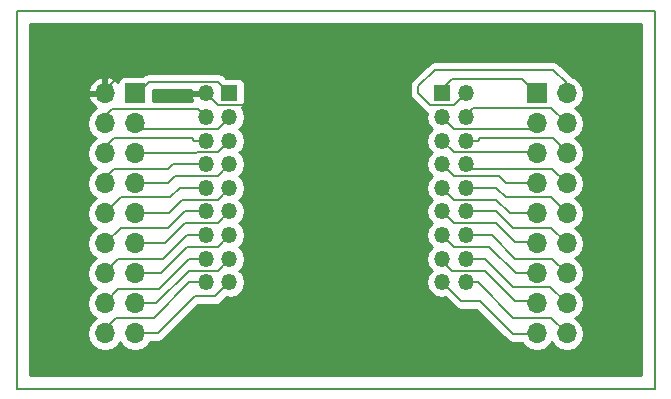
<source format=gbr>
G04 #@! TF.FileFunction,Copper,L2,Bot,Signal*
%FSLAX46Y46*%
G04 Gerber Fmt 4.6, Leading zero omitted, Abs format (unit mm)*
G04 Created by KiCad (PCBNEW 4.0.6-e0-6349~53~ubuntu16.04.1) date Thu Jun 15 14:39:01 2017*
%MOMM*%
%LPD*%
G01*
G04 APERTURE LIST*
%ADD10C,0.100000*%
%ADD11C,0.150000*%
%ADD12R,1.350000X1.350000*%
%ADD13O,1.350000X1.350000*%
%ADD14R,1.700000X1.700000*%
%ADD15O,1.700000X1.700000*%
%ADD16C,0.200000*%
%ADD17C,0.254000*%
G04 APERTURE END LIST*
D10*
D11*
X99280000Y-63260000D02*
X153280000Y-63260000D01*
X99280000Y-95260000D02*
X99280000Y-63260000D01*
X153280000Y-95260000D02*
X99280000Y-95260000D01*
X153280000Y-63260000D02*
X153280000Y-95260000D01*
D12*
X117280000Y-70260000D03*
D13*
X115280000Y-70260000D03*
X117280000Y-72260000D03*
X115280000Y-72260000D03*
X117280000Y-74260000D03*
X115280000Y-74260000D03*
X117280000Y-76260000D03*
X115280000Y-76260000D03*
X117280000Y-78260000D03*
X115280000Y-78260000D03*
X117280000Y-80260000D03*
X115280000Y-80260000D03*
X117280000Y-82260000D03*
X115280000Y-82260000D03*
X117280000Y-84260000D03*
X115280000Y-84260000D03*
X117280000Y-86260000D03*
X115280000Y-86260000D03*
D12*
X135280000Y-70260000D03*
D13*
X137280000Y-70260000D03*
X135280000Y-72260000D03*
X137280000Y-72260000D03*
X135280000Y-74260000D03*
X137280000Y-74260000D03*
X135280000Y-76260000D03*
X137280000Y-76260000D03*
X135280000Y-78260000D03*
X137280000Y-78260000D03*
X135280000Y-80260000D03*
X137280000Y-80260000D03*
X135280000Y-82260000D03*
X137280000Y-82260000D03*
X135280000Y-84260000D03*
X137280000Y-84260000D03*
X135280000Y-86260000D03*
X137280000Y-86260000D03*
D14*
X109280000Y-70260000D03*
D15*
X106740000Y-70260000D03*
X109280000Y-72800000D03*
X106740000Y-72800000D03*
X109280000Y-75340000D03*
X106740000Y-75340000D03*
X109280000Y-77880000D03*
X106740000Y-77880000D03*
X109280000Y-80420000D03*
X106740000Y-80420000D03*
X109280000Y-82960000D03*
X106740000Y-82960000D03*
X109280000Y-85500000D03*
X106740000Y-85500000D03*
X109280000Y-88040000D03*
X106740000Y-88040000D03*
X109280000Y-90580000D03*
X106740000Y-90580000D03*
D14*
X143280000Y-70260000D03*
D15*
X145820000Y-70260000D03*
X143280000Y-72800000D03*
X145820000Y-72800000D03*
X143280000Y-75340000D03*
X145820000Y-75340000D03*
X143280000Y-77880000D03*
X145820000Y-77880000D03*
X143280000Y-80420000D03*
X145820000Y-80420000D03*
X143280000Y-82960000D03*
X145820000Y-82960000D03*
X143280000Y-85500000D03*
X145820000Y-85500000D03*
X143280000Y-88040000D03*
X145820000Y-88040000D03*
X143280000Y-90580000D03*
X145820000Y-90580000D03*
D16*
X109280000Y-70260000D02*
X109480000Y-70260000D01*
X109480000Y-70260000D02*
X110480000Y-69260000D01*
X110480000Y-69260000D02*
X116280000Y-69260000D01*
X116280000Y-69260000D02*
X117280000Y-70260000D01*
X106740000Y-70260000D02*
X106740000Y-70000000D01*
X106740000Y-70000000D02*
X108080000Y-68660000D01*
X108080000Y-68660000D02*
X118080000Y-68660000D01*
X118080000Y-68660000D02*
X119280000Y-69860000D01*
X119280000Y-69860000D02*
X119280000Y-70460000D01*
X119280000Y-70460000D02*
X118480000Y-71260000D01*
X118480000Y-71260000D02*
X116280000Y-71260000D01*
X116280000Y-71260000D02*
X115280000Y-70260000D01*
X109280000Y-72800000D02*
X109570000Y-72800000D01*
X109570000Y-72800000D02*
X110030000Y-73260000D01*
X110030000Y-73260000D02*
X116280000Y-73260000D01*
X116280000Y-73260000D02*
X117280000Y-72260000D01*
D11*
X109570000Y-72800000D02*
X110030000Y-73260000D01*
D10*
X109570000Y-72800000D02*
X110030000Y-73260000D01*
X116280000Y-73260000D02*
X117280000Y-72260000D01*
D16*
X106740000Y-72800000D02*
X106740000Y-72200000D01*
X106740000Y-72200000D02*
X107329998Y-71610002D01*
X114630002Y-71610002D02*
X115280000Y-72260000D01*
X107329998Y-71610002D02*
X114630002Y-71610002D01*
D10*
X106740000Y-72800000D02*
X106740000Y-72050000D01*
D16*
X109280000Y-75340000D02*
X114360000Y-75340000D01*
X114360000Y-75340000D02*
X114450000Y-75340000D01*
X114450000Y-75340000D02*
X114530000Y-75260000D01*
X114530000Y-75260000D02*
X116280000Y-75260000D01*
X116280000Y-75260000D02*
X117280000Y-74260000D01*
D11*
X114450000Y-75340000D02*
X114530000Y-75260000D01*
D10*
X114450000Y-75340000D02*
X114530000Y-75260000D01*
D16*
X106740000Y-75340000D02*
X106740000Y-74800000D01*
X106740000Y-74800000D02*
X107480000Y-74060000D01*
X107480000Y-74060000D02*
X114080000Y-74060000D01*
X114080000Y-74060000D02*
X114280000Y-74260000D01*
X114280000Y-74260000D02*
X115280000Y-74260000D01*
D11*
X114080000Y-74060000D02*
X114280000Y-74260000D01*
D16*
X109280000Y-77880000D02*
X112060000Y-77880000D01*
X112060000Y-77880000D02*
X112680000Y-77260000D01*
X112680000Y-77260000D02*
X116280000Y-77260000D01*
X116280000Y-77260000D02*
X117280000Y-76260000D01*
D11*
X112060000Y-77880000D02*
X112680000Y-77260000D01*
D10*
X112060000Y-77880000D02*
X112680000Y-77260000D01*
D16*
X106740000Y-77880000D02*
X106740000Y-77400000D01*
X106740000Y-77400000D02*
X107480000Y-76660000D01*
X107480000Y-76660000D02*
X112080000Y-76660000D01*
X106740000Y-77880000D02*
X106740000Y-77800000D01*
X112080000Y-76660000D02*
X112480000Y-76260000D01*
X112480000Y-76260000D02*
X115280000Y-76260000D01*
D11*
X112080000Y-76660000D02*
X112480000Y-76260000D01*
D10*
X112080000Y-76660000D02*
X112480000Y-76260000D01*
D16*
X109280000Y-80420000D02*
X112120000Y-80420000D01*
X112120000Y-80420000D02*
X113280000Y-79260000D01*
X113280000Y-79260000D02*
X116280000Y-79260000D01*
X116280000Y-79260000D02*
X117280000Y-78260000D01*
D10*
X113280000Y-79260000D02*
X116280000Y-79260000D01*
D16*
X106740000Y-80420000D02*
X106740000Y-80400000D01*
X106740000Y-80400000D02*
X108080000Y-79060000D01*
X108080000Y-79060000D02*
X112280000Y-79060000D01*
X112280000Y-79060000D02*
X113080000Y-78260000D01*
X113080000Y-78260000D02*
X115280000Y-78260000D01*
X109280000Y-82960000D02*
X111780000Y-82960000D01*
X116280000Y-81260000D02*
X117280000Y-80260000D01*
X113480000Y-81260000D02*
X116280000Y-81260000D01*
X111780000Y-82960000D02*
X113480000Y-81260000D01*
X106740000Y-82960000D02*
X106780000Y-82960000D01*
X106780000Y-82960000D02*
X108080000Y-81660000D01*
X108080000Y-81660000D02*
X112080000Y-81660000D01*
X112080000Y-81660000D02*
X113480000Y-80260000D01*
X113480000Y-80260000D02*
X115280000Y-80260000D01*
D10*
X108080000Y-81660000D02*
X112080000Y-81660000D01*
X112080000Y-81660000D02*
X113480000Y-80260000D01*
D16*
X109280000Y-85500000D02*
X111440000Y-85500000D01*
X116280000Y-83260000D02*
X117280000Y-82260000D01*
X113680000Y-83260000D02*
X116280000Y-83260000D01*
X111440000Y-85500000D02*
X113680000Y-83260000D01*
X106740000Y-85500000D02*
X106740000Y-85400000D01*
X106740000Y-85400000D02*
X107880000Y-84260000D01*
X107880000Y-84260000D02*
X111680000Y-84260000D01*
X111680000Y-84260000D02*
X113680000Y-82260000D01*
X113680000Y-82260000D02*
X115280000Y-82260000D01*
X109280000Y-88040000D02*
X111100000Y-88040000D01*
X116280000Y-85260000D02*
X117280000Y-84260000D01*
X113880000Y-85260000D02*
X116280000Y-85260000D01*
X111100000Y-88040000D02*
X113880000Y-85260000D01*
X106740000Y-88040000D02*
X106740000Y-88000000D01*
X106740000Y-88000000D02*
X107880000Y-86860000D01*
X107880000Y-86860000D02*
X111280000Y-86860000D01*
X111280000Y-86860000D02*
X113880000Y-84260000D01*
X113880000Y-84260000D02*
X115280000Y-84260000D01*
X109280000Y-90580000D02*
X111200000Y-90580000D01*
X111200000Y-90580000D02*
X114320000Y-87460000D01*
X114320000Y-87460000D02*
X116080000Y-87460000D01*
X116080000Y-87460000D02*
X117280000Y-86260000D01*
X106740000Y-90580000D02*
X106740000Y-90200000D01*
X106740000Y-90200000D02*
X107680000Y-89260000D01*
X107680000Y-89260000D02*
X110880000Y-89260000D01*
X110880000Y-89260000D02*
X113880000Y-86260000D01*
X113880000Y-86260000D02*
X115280000Y-86260000D01*
X135280000Y-70260000D02*
X135280000Y-69860000D01*
X135280000Y-69860000D02*
X136080000Y-69060000D01*
X136080000Y-69060000D02*
X142080000Y-69060000D01*
X142080000Y-69060000D02*
X143280000Y-70260000D01*
X145820000Y-70260000D02*
X145820000Y-69400000D01*
X136280000Y-71260000D02*
X137280000Y-70260000D01*
X134280000Y-71260000D02*
X136280000Y-71260000D01*
X133280000Y-70260000D02*
X134280000Y-71260000D01*
X133280000Y-69660000D02*
X133280000Y-70260000D01*
X134680000Y-68260000D02*
X133280000Y-69660000D01*
X144680000Y-68260000D02*
X134680000Y-68260000D01*
X145820000Y-69400000D02*
X144680000Y-68260000D01*
X145820000Y-70000000D02*
X145820000Y-70260000D01*
D10*
X145820000Y-70260000D02*
X145820000Y-70000000D01*
D16*
X135280000Y-72260000D02*
X136280000Y-73260000D01*
X136280000Y-73260000D02*
X142820000Y-73260000D01*
X142820000Y-73260000D02*
X143280000Y-72800000D01*
D10*
X143220000Y-72860000D02*
X143280000Y-72800000D01*
D16*
X137280000Y-72260000D02*
X137280000Y-72060000D01*
X137280000Y-72060000D02*
X137880000Y-71460000D01*
X137880000Y-71460000D02*
X144480000Y-71460000D01*
X144480000Y-71460000D02*
X145820000Y-72800000D01*
X135280000Y-74260000D02*
X136280000Y-75260000D01*
X136280000Y-75260000D02*
X143200000Y-75260000D01*
X143200000Y-75260000D02*
X143280000Y-75340000D01*
D10*
X143200000Y-75260000D02*
X143280000Y-75340000D01*
D16*
X137280000Y-74260000D02*
X138280000Y-74260000D01*
X138280000Y-74260000D02*
X138480000Y-74060000D01*
X138480000Y-74060000D02*
X144680000Y-74060000D01*
X144680000Y-74060000D02*
X145820000Y-75200000D01*
X145820000Y-75200000D02*
X145820000Y-75340000D01*
D10*
X145820000Y-75340000D02*
X145820000Y-75200000D01*
X138480000Y-74060000D02*
X138280000Y-74260000D01*
D16*
X135280000Y-76260000D02*
X136280000Y-77260000D01*
X136280000Y-77260000D02*
X140080000Y-77260000D01*
X140080000Y-77260000D02*
X140700000Y-77880000D01*
X140700000Y-77880000D02*
X143280000Y-77880000D01*
D10*
X140080000Y-77260000D02*
X140700000Y-77880000D01*
D16*
X137280000Y-76260000D02*
X137480000Y-76260000D01*
X137480000Y-76260000D02*
X137880000Y-76660000D01*
X144600000Y-76660000D02*
X145820000Y-77880000D01*
X137880000Y-76660000D02*
X144600000Y-76660000D01*
D10*
X145820000Y-77880000D02*
X145820000Y-77800000D01*
X137680000Y-76660000D02*
X137280000Y-76260000D01*
D16*
X141040000Y-80420000D02*
X143280000Y-80420000D01*
X135280000Y-78260000D02*
X136280000Y-79260000D01*
X136280000Y-79260000D02*
X139880000Y-79260000D01*
X139880000Y-79260000D02*
X141040000Y-80420000D01*
X137280000Y-78260000D02*
X139880000Y-78260000D01*
X144460000Y-79060000D02*
X145820000Y-80420000D01*
X140680000Y-79060000D02*
X144460000Y-79060000D01*
X139880000Y-78260000D02*
X140680000Y-79060000D01*
D10*
X137280000Y-78260000D02*
X137480000Y-78260000D01*
D16*
X135280000Y-80260000D02*
X136280000Y-81260000D01*
X136280000Y-81260000D02*
X139880000Y-81260000D01*
X139880000Y-81260000D02*
X141480000Y-82860000D01*
X141480000Y-82860000D02*
X143180000Y-82860000D01*
X143180000Y-82860000D02*
X143280000Y-82960000D01*
D10*
X143180000Y-82860000D02*
X143280000Y-82960000D01*
D16*
X137280000Y-80260000D02*
X139880000Y-80260000D01*
X139880000Y-80260000D02*
X141280000Y-81660000D01*
X141280000Y-81660000D02*
X144520000Y-81660000D01*
X144520000Y-81660000D02*
X145820000Y-82960000D01*
D10*
X144520000Y-81660000D02*
X145820000Y-82960000D01*
D16*
X135280000Y-82260000D02*
X136280000Y-83260000D01*
X141520000Y-85500000D02*
X143280000Y-85500000D01*
X139280000Y-83260000D02*
X141520000Y-85500000D01*
X136280000Y-83260000D02*
X139280000Y-83260000D01*
X137280000Y-82260000D02*
X139480000Y-82260000D01*
X144580000Y-84260000D02*
X145820000Y-85500000D01*
X141480000Y-84260000D02*
X144580000Y-84260000D01*
X139480000Y-82260000D02*
X141480000Y-84260000D01*
X135280000Y-84260000D02*
X135280000Y-84460000D01*
X135280000Y-84460000D02*
X136080000Y-85260000D01*
X136080000Y-85260000D02*
X138880000Y-85260000D01*
X138880000Y-85260000D02*
X141480000Y-87860000D01*
X141480000Y-87860000D02*
X143100000Y-87860000D01*
X143100000Y-87860000D02*
X143280000Y-88040000D01*
X137280000Y-84260000D02*
X138880000Y-84260000D01*
X138880000Y-84260000D02*
X141280000Y-86660000D01*
X141280000Y-86660000D02*
X144440000Y-86660000D01*
X144440000Y-86660000D02*
X145820000Y-88040000D01*
X135280000Y-86260000D02*
X136880000Y-87860000D01*
X136880000Y-87860000D02*
X138480000Y-87860000D01*
X138480000Y-87860000D02*
X141280000Y-90660000D01*
X141280000Y-90660000D02*
X143200000Y-90660000D01*
X143200000Y-90660000D02*
X143280000Y-90580000D01*
D10*
X136880000Y-87860000D02*
X138480000Y-87860000D01*
D16*
X141280000Y-89260000D02*
X144500000Y-89260000D01*
X137280000Y-86260000D02*
X138280000Y-86260000D01*
X138280000Y-86260000D02*
X141280000Y-89260000D01*
X144500000Y-89260000D02*
X145820000Y-90580000D01*
D17*
G36*
X152153000Y-94133000D02*
X100407000Y-94133000D01*
X100407000Y-72800000D01*
X105225907Y-72800000D01*
X105338946Y-73368285D01*
X105660853Y-73850054D01*
X105990026Y-74070000D01*
X105660853Y-74289946D01*
X105338946Y-74771715D01*
X105225907Y-75340000D01*
X105338946Y-75908285D01*
X105660853Y-76390054D01*
X105990026Y-76610000D01*
X105660853Y-76829946D01*
X105338946Y-77311715D01*
X105225907Y-77880000D01*
X105338946Y-78448285D01*
X105660853Y-78930054D01*
X105990026Y-79150000D01*
X105660853Y-79369946D01*
X105338946Y-79851715D01*
X105225907Y-80420000D01*
X105338946Y-80988285D01*
X105660853Y-81470054D01*
X105990026Y-81690000D01*
X105660853Y-81909946D01*
X105338946Y-82391715D01*
X105225907Y-82960000D01*
X105338946Y-83528285D01*
X105660853Y-84010054D01*
X105990026Y-84230000D01*
X105660853Y-84449946D01*
X105338946Y-84931715D01*
X105225907Y-85500000D01*
X105338946Y-86068285D01*
X105660853Y-86550054D01*
X105990026Y-86770000D01*
X105660853Y-86989946D01*
X105338946Y-87471715D01*
X105225907Y-88040000D01*
X105338946Y-88608285D01*
X105660853Y-89090054D01*
X105990026Y-89310000D01*
X105660853Y-89529946D01*
X105338946Y-90011715D01*
X105225907Y-90580000D01*
X105338946Y-91148285D01*
X105660853Y-91630054D01*
X106142622Y-91951961D01*
X106710907Y-92065000D01*
X106769093Y-92065000D01*
X107337378Y-91951961D01*
X107819147Y-91630054D01*
X108010000Y-91344422D01*
X108200853Y-91630054D01*
X108682622Y-91951961D01*
X109250907Y-92065000D01*
X109309093Y-92065000D01*
X109877378Y-91951961D01*
X110359147Y-91630054D01*
X110569659Y-91315000D01*
X111200000Y-91315000D01*
X111481272Y-91259051D01*
X111719723Y-91099723D01*
X114624447Y-88195000D01*
X116080000Y-88195000D01*
X116361272Y-88139051D01*
X116599723Y-87979723D01*
X117050076Y-87529370D01*
X117254336Y-87570000D01*
X117305664Y-87570000D01*
X117806979Y-87470282D01*
X118231974Y-87186310D01*
X118515946Y-86761315D01*
X118615664Y-86260000D01*
X118515946Y-85758685D01*
X118231974Y-85333690D01*
X118121689Y-85260000D01*
X118231974Y-85186310D01*
X118515946Y-84761315D01*
X118615664Y-84260000D01*
X118515946Y-83758685D01*
X118231974Y-83333690D01*
X118121689Y-83260000D01*
X118231974Y-83186310D01*
X118515946Y-82761315D01*
X118615664Y-82260000D01*
X118515946Y-81758685D01*
X118231974Y-81333690D01*
X118121689Y-81260000D01*
X118231974Y-81186310D01*
X118515946Y-80761315D01*
X118615664Y-80260000D01*
X118515946Y-79758685D01*
X118231974Y-79333690D01*
X118121689Y-79260000D01*
X118231974Y-79186310D01*
X118515946Y-78761315D01*
X118615664Y-78260000D01*
X118515946Y-77758685D01*
X118231974Y-77333690D01*
X118121689Y-77260000D01*
X118231974Y-77186310D01*
X118515946Y-76761315D01*
X118615664Y-76260000D01*
X118515946Y-75758685D01*
X118231974Y-75333690D01*
X118121689Y-75260000D01*
X118231974Y-75186310D01*
X118515946Y-74761315D01*
X118615664Y-74260000D01*
X118515946Y-73758685D01*
X118231974Y-73333690D01*
X118121689Y-73260000D01*
X118231974Y-73186310D01*
X118515946Y-72761315D01*
X118615664Y-72260000D01*
X118515946Y-71758685D01*
X118314992Y-71457936D01*
X118406441Y-71399090D01*
X118551431Y-71186890D01*
X118602440Y-70935000D01*
X118602440Y-69660000D01*
X132545000Y-69660000D01*
X132545000Y-70260000D01*
X132597143Y-70522138D01*
X132600949Y-70541272D01*
X132760277Y-70779723D01*
X133760277Y-71779724D01*
X133998728Y-71939051D01*
X134007817Y-71940859D01*
X133944336Y-72260000D01*
X134044054Y-72761315D01*
X134328026Y-73186310D01*
X134438311Y-73260000D01*
X134328026Y-73333690D01*
X134044054Y-73758685D01*
X133944336Y-74260000D01*
X134044054Y-74761315D01*
X134328026Y-75186310D01*
X134438311Y-75260000D01*
X134328026Y-75333690D01*
X134044054Y-75758685D01*
X133944336Y-76260000D01*
X134044054Y-76761315D01*
X134328026Y-77186310D01*
X134438311Y-77260000D01*
X134328026Y-77333690D01*
X134044054Y-77758685D01*
X133944336Y-78260000D01*
X134044054Y-78761315D01*
X134328026Y-79186310D01*
X134438311Y-79260000D01*
X134328026Y-79333690D01*
X134044054Y-79758685D01*
X133944336Y-80260000D01*
X134044054Y-80761315D01*
X134328026Y-81186310D01*
X134438311Y-81260000D01*
X134328026Y-81333690D01*
X134044054Y-81758685D01*
X133944336Y-82260000D01*
X134044054Y-82761315D01*
X134328026Y-83186310D01*
X134438311Y-83260000D01*
X134328026Y-83333690D01*
X134044054Y-83758685D01*
X133944336Y-84260000D01*
X134044054Y-84761315D01*
X134328026Y-85186310D01*
X134438311Y-85260000D01*
X134328026Y-85333690D01*
X134044054Y-85758685D01*
X133944336Y-86260000D01*
X134044054Y-86761315D01*
X134328026Y-87186310D01*
X134753021Y-87470282D01*
X135254336Y-87570000D01*
X135305664Y-87570000D01*
X135509924Y-87529370D01*
X136360277Y-88379724D01*
X136577699Y-88525000D01*
X136598728Y-88539051D01*
X136880000Y-88595000D01*
X138175554Y-88595000D01*
X140760277Y-91179724D01*
X140962733Y-91315000D01*
X140998728Y-91339051D01*
X141280000Y-91395000D01*
X142043795Y-91395000D01*
X142200853Y-91630054D01*
X142682622Y-91951961D01*
X143250907Y-92065000D01*
X143309093Y-92065000D01*
X143877378Y-91951961D01*
X144359147Y-91630054D01*
X144550000Y-91344422D01*
X144740853Y-91630054D01*
X145222622Y-91951961D01*
X145790907Y-92065000D01*
X145849093Y-92065000D01*
X146417378Y-91951961D01*
X146899147Y-91630054D01*
X147221054Y-91148285D01*
X147334093Y-90580000D01*
X147221054Y-90011715D01*
X146899147Y-89529946D01*
X146569974Y-89310000D01*
X146899147Y-89090054D01*
X147221054Y-88608285D01*
X147334093Y-88040000D01*
X147221054Y-87471715D01*
X146899147Y-86989946D01*
X146569974Y-86770000D01*
X146899147Y-86550054D01*
X147221054Y-86068285D01*
X147334093Y-85500000D01*
X147221054Y-84931715D01*
X146899147Y-84449946D01*
X146569974Y-84230000D01*
X146899147Y-84010054D01*
X147221054Y-83528285D01*
X147334093Y-82960000D01*
X147221054Y-82391715D01*
X146899147Y-81909946D01*
X146569974Y-81690000D01*
X146899147Y-81470054D01*
X147221054Y-80988285D01*
X147334093Y-80420000D01*
X147221054Y-79851715D01*
X146899147Y-79369946D01*
X146569974Y-79150000D01*
X146899147Y-78930054D01*
X147221054Y-78448285D01*
X147334093Y-77880000D01*
X147221054Y-77311715D01*
X146899147Y-76829946D01*
X146569974Y-76610000D01*
X146899147Y-76390054D01*
X147221054Y-75908285D01*
X147334093Y-75340000D01*
X147221054Y-74771715D01*
X146899147Y-74289946D01*
X146569974Y-74070000D01*
X146899147Y-73850054D01*
X147221054Y-73368285D01*
X147334093Y-72800000D01*
X147221054Y-72231715D01*
X146899147Y-71749946D01*
X146569974Y-71530000D01*
X146899147Y-71310054D01*
X147221054Y-70828285D01*
X147334093Y-70260000D01*
X147221054Y-69691715D01*
X146899147Y-69209946D01*
X146417378Y-68888039D01*
X146330132Y-68870685D01*
X145199723Y-67740277D01*
X144961272Y-67580949D01*
X144680000Y-67525000D01*
X134680000Y-67525000D01*
X134398728Y-67580949D01*
X134160277Y-67740277D01*
X132760277Y-69140277D01*
X132600949Y-69378728D01*
X132545000Y-69660000D01*
X118602440Y-69660000D01*
X118602440Y-69585000D01*
X118558162Y-69349683D01*
X118419090Y-69133559D01*
X118206890Y-68988569D01*
X117955000Y-68937560D01*
X116997006Y-68937560D01*
X116799723Y-68740277D01*
X116561272Y-68580949D01*
X116280000Y-68525000D01*
X110480000Y-68525000D01*
X110198728Y-68580949D01*
X109960277Y-68740276D01*
X109937993Y-68762560D01*
X108430000Y-68762560D01*
X108194683Y-68806838D01*
X107978559Y-68945910D01*
X107833569Y-69158110D01*
X107810445Y-69272301D01*
X107621358Y-69064817D01*
X107096892Y-68818514D01*
X106867000Y-68939181D01*
X106867000Y-70133000D01*
X106887000Y-70133000D01*
X106887000Y-70387000D01*
X106867000Y-70387000D01*
X106867000Y-70407000D01*
X106613000Y-70407000D01*
X106613000Y-70387000D01*
X105419845Y-70387000D01*
X105298524Y-70616890D01*
X105468355Y-71026924D01*
X105858642Y-71455183D01*
X106001553Y-71522298D01*
X105660853Y-71749946D01*
X105338946Y-72231715D01*
X105225907Y-72800000D01*
X100407000Y-72800000D01*
X100407000Y-69903110D01*
X105298524Y-69903110D01*
X105419845Y-70133000D01*
X106613000Y-70133000D01*
X106613000Y-68939181D01*
X106383108Y-68818514D01*
X105858642Y-69064817D01*
X105468355Y-69493076D01*
X105298524Y-69903110D01*
X100407000Y-69903110D01*
X100407000Y-64387000D01*
X152153000Y-64387000D01*
X152153000Y-94133000D01*
X152153000Y-94133000D01*
G37*
X152153000Y-94133000D02*
X100407000Y-94133000D01*
X100407000Y-72800000D01*
X105225907Y-72800000D01*
X105338946Y-73368285D01*
X105660853Y-73850054D01*
X105990026Y-74070000D01*
X105660853Y-74289946D01*
X105338946Y-74771715D01*
X105225907Y-75340000D01*
X105338946Y-75908285D01*
X105660853Y-76390054D01*
X105990026Y-76610000D01*
X105660853Y-76829946D01*
X105338946Y-77311715D01*
X105225907Y-77880000D01*
X105338946Y-78448285D01*
X105660853Y-78930054D01*
X105990026Y-79150000D01*
X105660853Y-79369946D01*
X105338946Y-79851715D01*
X105225907Y-80420000D01*
X105338946Y-80988285D01*
X105660853Y-81470054D01*
X105990026Y-81690000D01*
X105660853Y-81909946D01*
X105338946Y-82391715D01*
X105225907Y-82960000D01*
X105338946Y-83528285D01*
X105660853Y-84010054D01*
X105990026Y-84230000D01*
X105660853Y-84449946D01*
X105338946Y-84931715D01*
X105225907Y-85500000D01*
X105338946Y-86068285D01*
X105660853Y-86550054D01*
X105990026Y-86770000D01*
X105660853Y-86989946D01*
X105338946Y-87471715D01*
X105225907Y-88040000D01*
X105338946Y-88608285D01*
X105660853Y-89090054D01*
X105990026Y-89310000D01*
X105660853Y-89529946D01*
X105338946Y-90011715D01*
X105225907Y-90580000D01*
X105338946Y-91148285D01*
X105660853Y-91630054D01*
X106142622Y-91951961D01*
X106710907Y-92065000D01*
X106769093Y-92065000D01*
X107337378Y-91951961D01*
X107819147Y-91630054D01*
X108010000Y-91344422D01*
X108200853Y-91630054D01*
X108682622Y-91951961D01*
X109250907Y-92065000D01*
X109309093Y-92065000D01*
X109877378Y-91951961D01*
X110359147Y-91630054D01*
X110569659Y-91315000D01*
X111200000Y-91315000D01*
X111481272Y-91259051D01*
X111719723Y-91099723D01*
X114624447Y-88195000D01*
X116080000Y-88195000D01*
X116361272Y-88139051D01*
X116599723Y-87979723D01*
X117050076Y-87529370D01*
X117254336Y-87570000D01*
X117305664Y-87570000D01*
X117806979Y-87470282D01*
X118231974Y-87186310D01*
X118515946Y-86761315D01*
X118615664Y-86260000D01*
X118515946Y-85758685D01*
X118231974Y-85333690D01*
X118121689Y-85260000D01*
X118231974Y-85186310D01*
X118515946Y-84761315D01*
X118615664Y-84260000D01*
X118515946Y-83758685D01*
X118231974Y-83333690D01*
X118121689Y-83260000D01*
X118231974Y-83186310D01*
X118515946Y-82761315D01*
X118615664Y-82260000D01*
X118515946Y-81758685D01*
X118231974Y-81333690D01*
X118121689Y-81260000D01*
X118231974Y-81186310D01*
X118515946Y-80761315D01*
X118615664Y-80260000D01*
X118515946Y-79758685D01*
X118231974Y-79333690D01*
X118121689Y-79260000D01*
X118231974Y-79186310D01*
X118515946Y-78761315D01*
X118615664Y-78260000D01*
X118515946Y-77758685D01*
X118231974Y-77333690D01*
X118121689Y-77260000D01*
X118231974Y-77186310D01*
X118515946Y-76761315D01*
X118615664Y-76260000D01*
X118515946Y-75758685D01*
X118231974Y-75333690D01*
X118121689Y-75260000D01*
X118231974Y-75186310D01*
X118515946Y-74761315D01*
X118615664Y-74260000D01*
X118515946Y-73758685D01*
X118231974Y-73333690D01*
X118121689Y-73260000D01*
X118231974Y-73186310D01*
X118515946Y-72761315D01*
X118615664Y-72260000D01*
X118515946Y-71758685D01*
X118314992Y-71457936D01*
X118406441Y-71399090D01*
X118551431Y-71186890D01*
X118602440Y-70935000D01*
X118602440Y-69660000D01*
X132545000Y-69660000D01*
X132545000Y-70260000D01*
X132597143Y-70522138D01*
X132600949Y-70541272D01*
X132760277Y-70779723D01*
X133760277Y-71779724D01*
X133998728Y-71939051D01*
X134007817Y-71940859D01*
X133944336Y-72260000D01*
X134044054Y-72761315D01*
X134328026Y-73186310D01*
X134438311Y-73260000D01*
X134328026Y-73333690D01*
X134044054Y-73758685D01*
X133944336Y-74260000D01*
X134044054Y-74761315D01*
X134328026Y-75186310D01*
X134438311Y-75260000D01*
X134328026Y-75333690D01*
X134044054Y-75758685D01*
X133944336Y-76260000D01*
X134044054Y-76761315D01*
X134328026Y-77186310D01*
X134438311Y-77260000D01*
X134328026Y-77333690D01*
X134044054Y-77758685D01*
X133944336Y-78260000D01*
X134044054Y-78761315D01*
X134328026Y-79186310D01*
X134438311Y-79260000D01*
X134328026Y-79333690D01*
X134044054Y-79758685D01*
X133944336Y-80260000D01*
X134044054Y-80761315D01*
X134328026Y-81186310D01*
X134438311Y-81260000D01*
X134328026Y-81333690D01*
X134044054Y-81758685D01*
X133944336Y-82260000D01*
X134044054Y-82761315D01*
X134328026Y-83186310D01*
X134438311Y-83260000D01*
X134328026Y-83333690D01*
X134044054Y-83758685D01*
X133944336Y-84260000D01*
X134044054Y-84761315D01*
X134328026Y-85186310D01*
X134438311Y-85260000D01*
X134328026Y-85333690D01*
X134044054Y-85758685D01*
X133944336Y-86260000D01*
X134044054Y-86761315D01*
X134328026Y-87186310D01*
X134753021Y-87470282D01*
X135254336Y-87570000D01*
X135305664Y-87570000D01*
X135509924Y-87529370D01*
X136360277Y-88379724D01*
X136577699Y-88525000D01*
X136598728Y-88539051D01*
X136880000Y-88595000D01*
X138175554Y-88595000D01*
X140760277Y-91179724D01*
X140962733Y-91315000D01*
X140998728Y-91339051D01*
X141280000Y-91395000D01*
X142043795Y-91395000D01*
X142200853Y-91630054D01*
X142682622Y-91951961D01*
X143250907Y-92065000D01*
X143309093Y-92065000D01*
X143877378Y-91951961D01*
X144359147Y-91630054D01*
X144550000Y-91344422D01*
X144740853Y-91630054D01*
X145222622Y-91951961D01*
X145790907Y-92065000D01*
X145849093Y-92065000D01*
X146417378Y-91951961D01*
X146899147Y-91630054D01*
X147221054Y-91148285D01*
X147334093Y-90580000D01*
X147221054Y-90011715D01*
X146899147Y-89529946D01*
X146569974Y-89310000D01*
X146899147Y-89090054D01*
X147221054Y-88608285D01*
X147334093Y-88040000D01*
X147221054Y-87471715D01*
X146899147Y-86989946D01*
X146569974Y-86770000D01*
X146899147Y-86550054D01*
X147221054Y-86068285D01*
X147334093Y-85500000D01*
X147221054Y-84931715D01*
X146899147Y-84449946D01*
X146569974Y-84230000D01*
X146899147Y-84010054D01*
X147221054Y-83528285D01*
X147334093Y-82960000D01*
X147221054Y-82391715D01*
X146899147Y-81909946D01*
X146569974Y-81690000D01*
X146899147Y-81470054D01*
X147221054Y-80988285D01*
X147334093Y-80420000D01*
X147221054Y-79851715D01*
X146899147Y-79369946D01*
X146569974Y-79150000D01*
X146899147Y-78930054D01*
X147221054Y-78448285D01*
X147334093Y-77880000D01*
X147221054Y-77311715D01*
X146899147Y-76829946D01*
X146569974Y-76610000D01*
X146899147Y-76390054D01*
X147221054Y-75908285D01*
X147334093Y-75340000D01*
X147221054Y-74771715D01*
X146899147Y-74289946D01*
X146569974Y-74070000D01*
X146899147Y-73850054D01*
X147221054Y-73368285D01*
X147334093Y-72800000D01*
X147221054Y-72231715D01*
X146899147Y-71749946D01*
X146569974Y-71530000D01*
X146899147Y-71310054D01*
X147221054Y-70828285D01*
X147334093Y-70260000D01*
X147221054Y-69691715D01*
X146899147Y-69209946D01*
X146417378Y-68888039D01*
X146330132Y-68870685D01*
X145199723Y-67740277D01*
X144961272Y-67580949D01*
X144680000Y-67525000D01*
X134680000Y-67525000D01*
X134398728Y-67580949D01*
X134160277Y-67740277D01*
X132760277Y-69140277D01*
X132600949Y-69378728D01*
X132545000Y-69660000D01*
X118602440Y-69660000D01*
X118602440Y-69585000D01*
X118558162Y-69349683D01*
X118419090Y-69133559D01*
X118206890Y-68988569D01*
X117955000Y-68937560D01*
X116997006Y-68937560D01*
X116799723Y-68740277D01*
X116561272Y-68580949D01*
X116280000Y-68525000D01*
X110480000Y-68525000D01*
X110198728Y-68580949D01*
X109960277Y-68740276D01*
X109937993Y-68762560D01*
X108430000Y-68762560D01*
X108194683Y-68806838D01*
X107978559Y-68945910D01*
X107833569Y-69158110D01*
X107810445Y-69272301D01*
X107621358Y-69064817D01*
X107096892Y-68818514D01*
X106867000Y-68939181D01*
X106867000Y-70133000D01*
X106887000Y-70133000D01*
X106887000Y-70387000D01*
X106867000Y-70387000D01*
X106867000Y-70407000D01*
X106613000Y-70407000D01*
X106613000Y-70387000D01*
X105419845Y-70387000D01*
X105298524Y-70616890D01*
X105468355Y-71026924D01*
X105858642Y-71455183D01*
X106001553Y-71522298D01*
X105660853Y-71749946D01*
X105338946Y-72231715D01*
X105225907Y-72800000D01*
X100407000Y-72800000D01*
X100407000Y-69903110D01*
X105298524Y-69903110D01*
X105419845Y-70133000D01*
X106613000Y-70133000D01*
X106613000Y-68939181D01*
X106383108Y-68818514D01*
X105858642Y-69064817D01*
X105468355Y-69493076D01*
X105298524Y-69903110D01*
X100407000Y-69903110D01*
X100407000Y-64387000D01*
X152153000Y-64387000D01*
X152153000Y-94133000D01*
G36*
X114135776Y-70133000D02*
X115153000Y-70133000D01*
X115153000Y-70113000D01*
X115407000Y-70113000D01*
X115407000Y-70133000D01*
X115427000Y-70133000D01*
X115427000Y-70387000D01*
X115407000Y-70387000D01*
X115407000Y-70407000D01*
X115153000Y-70407000D01*
X115153000Y-70387000D01*
X114135776Y-70387000D01*
X114012090Y-70589400D01*
X114130380Y-70875002D01*
X110777440Y-70875002D01*
X110777440Y-70002007D01*
X110784447Y-69995000D01*
X114051445Y-69995000D01*
X114135776Y-70133000D01*
X114135776Y-70133000D01*
G37*
X114135776Y-70133000D02*
X115153000Y-70133000D01*
X115153000Y-70113000D01*
X115407000Y-70113000D01*
X115407000Y-70133000D01*
X115427000Y-70133000D01*
X115427000Y-70387000D01*
X115407000Y-70387000D01*
X115407000Y-70407000D01*
X115153000Y-70407000D01*
X115153000Y-70387000D01*
X114135776Y-70387000D01*
X114012090Y-70589400D01*
X114130380Y-70875002D01*
X110777440Y-70875002D01*
X110777440Y-70002007D01*
X110784447Y-69995000D01*
X114051445Y-69995000D01*
X114135776Y-70133000D01*
M02*

</source>
